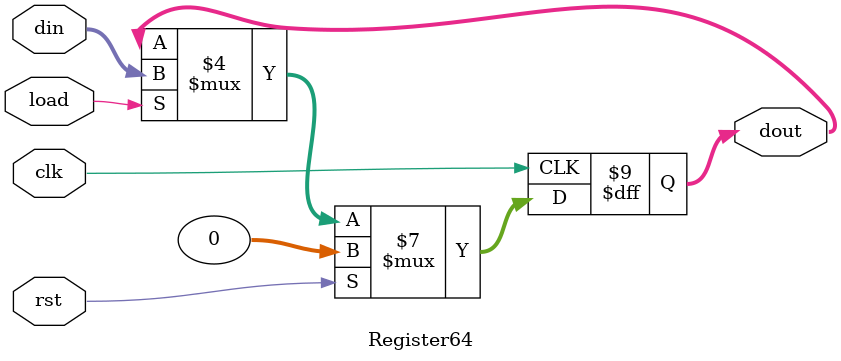
<source format=v>
module Register64(din,clk,rst,load,dout);

parameter N = 32;

input clk;
input rst;
input load;
input [N-1:0]din;
output reg [N-1:0]dout;

always @(posedge clk) begin

	if(rst == 1)
		dout <= 0;
	else if (load ==1)
		dout <= din;
	end

endmodule

</source>
